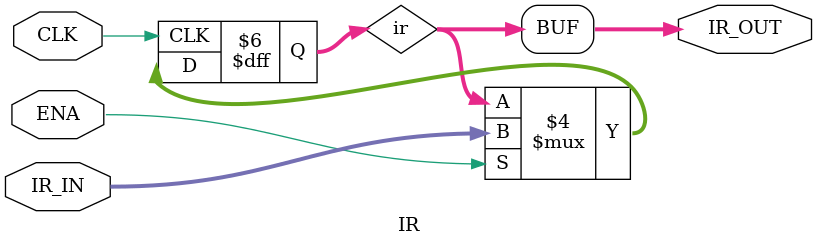
<source format=v>
`timescale 1ns / 1ps
module IR
(
	CLK,
    ENA,
    IR_IN,
    IR_OUT
);
    input CLK;
	input ENA;
	input [31:0]IR_IN;
	output [31:0]IR_OUT;

	reg [31:0]ir = 32'b0;
	always @(negedge CLK) begin
		if(ENA) begin
			ir <= IR_IN;
		end else begin
			ir <= ir;
		end
	end

	assign IR_OUT = ir;
endmodule
</source>
